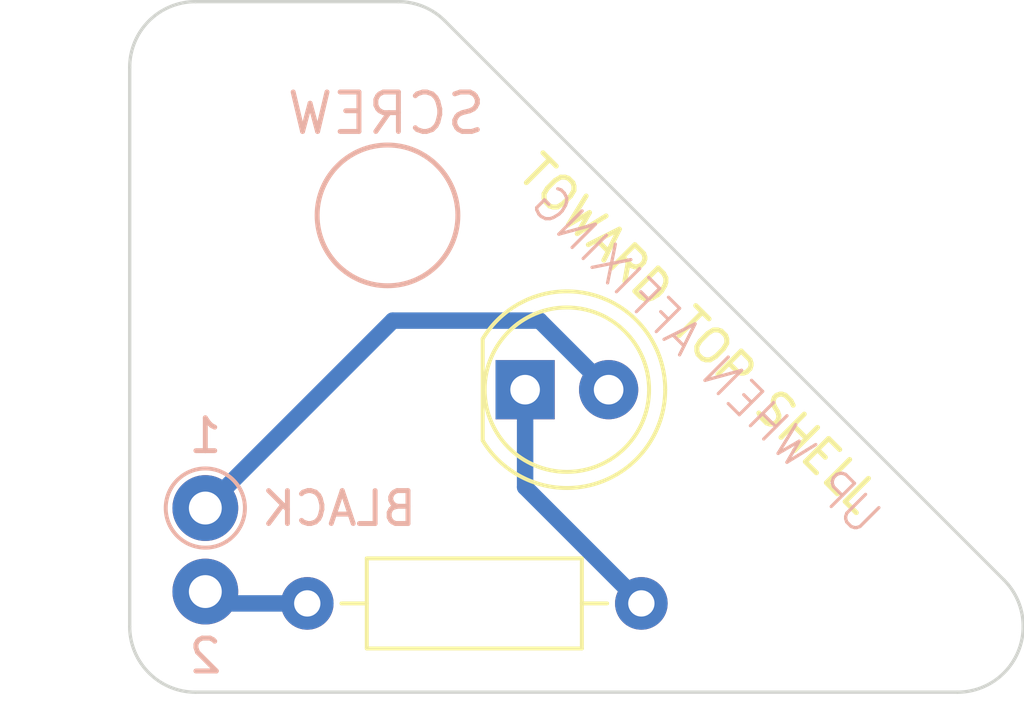
<source format=kicad_pcb>
(kicad_pcb (version 20221018) (generator pcbnew)
  (layers (0 "F.Cu" signal) (31 "B.Cu" signal) (34 "B.Paste" user) (35 "F.Paste" user) (36 "B.SilkS" user "B.Silkscreen") (37 "F.SilkS" user "F.Silkscreen") (38 "B.Mask" user) (39 "F.Mask" user) (44 "Edge.Cuts" user))
  (net 0 "")
  (net 1 "Net-(D1-K)")
  (net 2 "Net-(D1-A)")
  (net 3 "Net-(J1-Pin_2)")
  (footprint "MountingHole:MountingHole_3mm" (layer "F.Cu") (at 157.8 62.5)
    (fp_text reference "M1")
    (fp_text value "MountingHole_3mm")
    (pad "" np_thru_hole circle (at 0 0) (size 3 3) (drill 3) (layers "*.Cu" "*.Mask"))
  )
  (footprint "Resistor_THT:R_Axial_DIN0207_L6.3mm_D2.5mm_P10.16mm_Horizontal" (layer "F.Cu") (at 155.4 74.3)
    (fp_text reference "R1")
    (fp_text value "1K")
    (fp_line (start 1.04 0) (end 1.81 0) (stroke (width 0.12)) (layer "F.SilkS"))
    (fp_line (start 1.81 -1.37) (end 1.81 1.37) (stroke (width 0.12)) (layer "F.SilkS"))
    (fp_line (start 1.81 1.37) (end 8.35 1.37) (stroke (width 0.12)) (layer "F.SilkS"))
    (fp_line (start 8.35 -1.37) (end 1.81 -1.37) (stroke (width 0.12)) (layer "F.SilkS"))
    (fp_line (start 8.35 1.37) (end 8.35 -1.37) (stroke (width 0.12)) (layer "F.SilkS"))
    (fp_line (start 9.12 0) (end 8.35 0) (stroke (width 0.12)) (layer "F.SilkS"))
    (pad "1" thru_hole circle (at 0 0) (size 1.6 1.6) (drill 0.8) (layers "*.Cu" "*.Mask") (net 3 "Net-(J1-Pin_2)"))
    (pad "2" thru_hole oval (at 10.16 0) (size 1.6 1.6) (drill 0.8) (layers "*.Cu" "*.Mask") (net 1 "Net-(D1-K)"))
  )
  (footprint "MountingHole:MountingHole_2mm" (layer "F.Cu") (at 168.9 73.4 135)
    (fp_text reference "M3")
    (fp_text value "MountingHole_2mm")
    (pad "" np_thru_hole oval (at 0 0 135) (size 3 2) (drill oval 3 2) (layers "F&B.Cu" "*.Mask"))
  )
  (footprint "LED_THT:LED_D5.0mm" (layer "F.Cu") (at 162.025 67.8)
    (fp_text reference "D1")
    (fp_text value "LED")
    (fp_line (start -1.29 -1.545) (end -1.29 1.545) (stroke (width 0.12)) (layer "F.SilkS"))
    (fp_arc (start -1.29 -1.54483) (mid 2.072002 -2.880433) (end 4.26 0.000462) (stroke (width 0.12)) (layer "F.SilkS"))
    (fp_arc (start 4.26 -0.000462) (mid 2.072002 2.880433) (end -1.29 1.54483) (stroke (width 0.12)) (layer "F.SilkS"))
    (fp_circle (center 1.27 0) (end 3.77 0) (stroke (width 0.12)) (fill none) (layer "F.SilkS"))
    (pad "1" thru_hole rect (at 0 0) (size 1.8 1.8) (drill 0.9) (layers "*.Cu" "*.Mask") (net 1 "Net-(D1-K)"))
    (pad "2" thru_hole circle (at 2.54 0) (size 1.8 1.8) (drill 0.9) (layers "*.Cu" "*.Mask") (net 2 "Net-(D1-A)"))
  )
  (footprint "MountingHole:MountingHole_2mm" (layer "F.Cu") (at 153.6 66.6)
    (fp_text reference "M2")
    (fp_text value "MountingHole_2mm")
    (pad "" np_thru_hole circle (at 0 0) (size 2 2) (drill 2) (layers "*.Cu" "*.Mask"))
  )
  (footprint "Connector_PinHeader_2.54mm:PinHeader_1x02_P2.54mm_Vertical" (layer "B.Cu") (at 152.3 71.4 180)
    (fp_text reference "J1")
    (fp_text value "Conn_01x02_Pin")
    (fp_text user "1" (at 0 2.2 unlocked) (layer "B.SilkS") (effects (justify mirror)))
    (fp_text user "2" (at 0 -4.5 unlocked) (layer "B.SilkS") (effects (justify mirror)))
    (fp_circle (center 0 0) (end 0.9 0.8) (stroke (width 0.12)) (fill none) (layer "B.SilkS"))
    (pad "1" thru_hole circle (at 0 0 180) (size 2 2) (drill 1) (layers "*.Cu" "*.Mask") (net 2 "Net-(D1-A)"))
    (pad "2" thru_hole circle (at 0 -2.54 180) (size 2 2) (drill 1) (layers "*.Cu" "*.Mask") (net 3 "Net-(J1-Pin_2)"))
  )
  (gr_circle (center 157.840093 62.5) (end 156.140093 63.8) (stroke (width 0.15)) (fill none) (layer "B.SilkS"))
  (gr_arc (start 152 77) (mid 150.585786 76.414214) (end 150 75) (stroke (width 0.1)) (layer "Edge.Cuts"))
  (gr_line (start 150 75) (end 150 58) (stroke (width 0.1)) (layer "Edge.Cuts"))
  (gr_arc (start 158.171573 56) (mid 158.936946 56.152232) (end 159.585787 56.585787) (stroke (width 0.1)) (layer "Edge.Cuts"))
  (gr_arc (start 176.585787 73.585787) (mid 177.019332 75.765367) (end 175.171573 77) (stroke (width 0.1)) (layer "Edge.Cuts"))
  (gr_arc (start 150 58) (mid 150.585786 56.585786) (end 152 56) (stroke (width 0.1)) (layer "Edge.Cuts"))
  (gr_line (start 152 56) (end 158.171573 56) (stroke (width 0.1)) (layer "Edge.Cuts"))
  (gr_line (start 175.171573 77) (end 152 77) (stroke (width 0.1)) (layer "Edge.Cuts"))
  (gr_line (start 159.585787 56.585787) (end 176.585787 73.585787) (stroke (width 0.1)) (layer "Edge.Cuts"))
  (gr_text "SCREW" (at 157.8 59.4) (layer "B.SilkS") (effects (font (size 1.2 1.2)) (justify mirror)))
  (gr_text "UP WHEN AFFIXING" (at 172.2 72.4 315) (layer "B.SilkS") (effects (font (size 1 1) (thickness 0.1)) (justify left bottom mirror)))
  (gr_text "BLACK" (at 158.8 72) (layer "B.SilkS") (effects (font (size 1 1)) (justify left bottom mirror)))
  (gr_text "TOWARD TOP SHELL" (at 167.3 66.1 315) (layer "F.SilkS") (effects (font (size 1 1))))
  (segment (start 162.025 67.8) (end 162.025 70.765) (width 0.5) (layer "B.Cu") (net 1))
  (segment (start 162.025 70.765) (end 165.56 74.3) (width 0.5) (layer "B.Cu") (net 1))
  (segment (start 162.465 65.7) (end 164.565 67.8) (width 0.5) (layer "B.Cu") (net 2))
  (segment (start 152.3 71.4) (end 158 65.7) (width 0.5) (layer "B.Cu") (net 2))
  (segment (start 158 65.7) (end 162.465 65.7) (width 0.5) (layer "B.Cu") (net 2))
  (segment (start 152.66 74.3) (end 155.4 74.3) (width 0.5) (layer "B.Cu") (net 3))
  (segment (start 152.3 73.94) (end 152.66 74.3) (width 0.5) (layer "B.Cu") (net 3))
)
</source>
